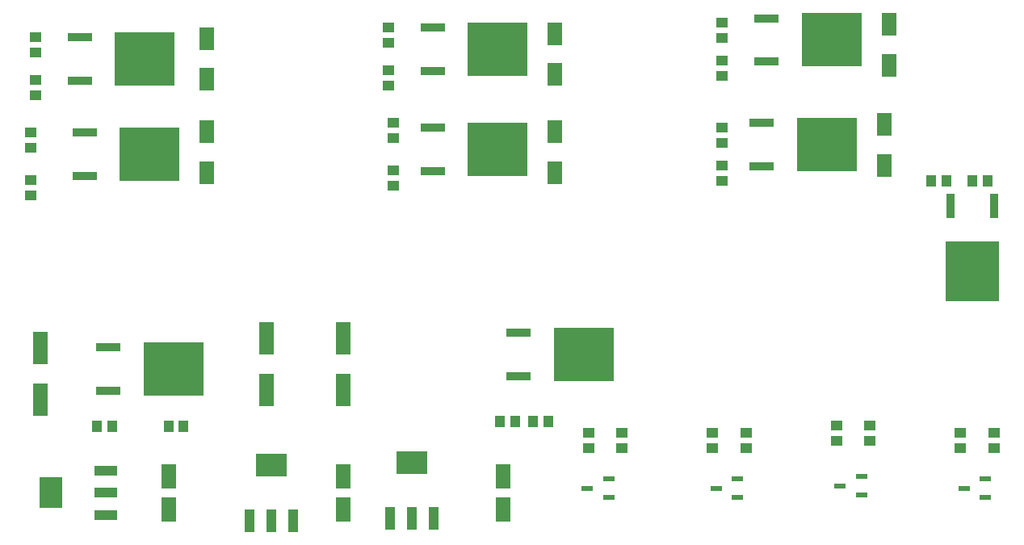
<source format=gtp>
G04*
G04 #@! TF.GenerationSoftware,Altium Limited,Altium Designer,18.0.9 (584)*
G04*
G04 Layer_Color=8421504*
%FSLAX25Y25*%
%MOIN*%
G70*
G01*
G75*
%ADD16R,0.04528X0.02362*%
%ADD17R,0.12992X0.09449*%
%ADD18R,0.03937X0.09449*%
%ADD19R,0.05118X0.03937*%
%ADD20R,0.06142X0.09173*%
%ADD21R,0.06299X0.13780*%
%ADD22R,0.06299X0.09843*%
%ADD23R,0.09921X0.03701*%
%ADD24R,0.24528X0.22323*%
%ADD25R,0.03937X0.05118*%
%ADD26R,0.03701X0.09921*%
%ADD27R,0.22323X0.24528*%
%ADD28R,0.09449X0.03937*%
%ADD29R,0.09449X0.12992*%
G36*
X343110Y223366D02*
X349016D01*
Y228524D01*
X343110D01*
Y223366D01*
D02*
G37*
G36*
X351299D02*
X357205D01*
Y228524D01*
X351299D01*
Y223366D01*
D02*
G37*
G36*
X359488D02*
X365394D01*
Y228524D01*
X359488D01*
Y223366D01*
D02*
G37*
G36*
X205315Y219429D02*
X211221D01*
Y224587D01*
X205315D01*
Y219429D01*
D02*
G37*
G36*
X213504D02*
X219409D01*
Y224587D01*
X213504D01*
Y219429D01*
D02*
G37*
G36*
X221693D02*
X227598D01*
Y224587D01*
X221693D01*
Y219429D01*
D02*
G37*
G36*
X343110Y215925D02*
X349016D01*
Y221083D01*
X343110D01*
Y215925D01*
D02*
G37*
G36*
X351299D02*
X357205D01*
Y221083D01*
X351299D01*
Y215925D01*
D02*
G37*
G36*
X359488D02*
X365394D01*
Y221083D01*
X359488D01*
Y215925D01*
D02*
G37*
G36*
X59646Y215492D02*
X65551D01*
Y220650D01*
X59646D01*
Y215492D01*
D02*
G37*
G36*
X67835D02*
X73740D01*
Y220650D01*
X67835D01*
Y215492D01*
D02*
G37*
G36*
X76024D02*
X81929D01*
Y220650D01*
X76024D01*
Y215492D01*
D02*
G37*
G36*
X205315Y211988D02*
X211221D01*
Y217146D01*
X205315D01*
Y211988D01*
D02*
G37*
G36*
X213504D02*
X219409D01*
Y217146D01*
X213504D01*
Y211988D01*
D02*
G37*
G36*
X221693D02*
X227598D01*
Y217146D01*
X221693D01*
Y211988D01*
D02*
G37*
G36*
X343110Y208484D02*
X349016D01*
Y213642D01*
X343110D01*
Y208484D01*
D02*
G37*
G36*
X351299D02*
X357205D01*
Y213642D01*
X351299D01*
Y208484D01*
D02*
G37*
G36*
X359488D02*
X365394D01*
Y213642D01*
X359488D01*
Y208484D01*
D02*
G37*
G36*
X59646Y208051D02*
X65551D01*
Y213209D01*
X59646D01*
Y208051D01*
D02*
G37*
G36*
X67835D02*
X73740D01*
Y213209D01*
X67835D01*
Y208051D01*
D02*
G37*
G36*
X76024D02*
X81929D01*
Y213209D01*
X76024D01*
Y208051D01*
D02*
G37*
G36*
X205315Y204547D02*
X211221D01*
Y209705D01*
X205315D01*
Y204547D01*
D02*
G37*
G36*
X213504D02*
X219409D01*
Y209705D01*
X213504D01*
Y204547D01*
D02*
G37*
G36*
X221693D02*
X227598D01*
Y209705D01*
X221693D01*
Y204547D01*
D02*
G37*
G36*
X59646Y200610D02*
X65551D01*
Y205768D01*
X59646D01*
Y200610D01*
D02*
G37*
G36*
X67835D02*
X73740D01*
Y205768D01*
X67835D01*
Y200610D01*
D02*
G37*
G36*
X76024D02*
X81929D01*
Y205768D01*
X76024D01*
Y200610D01*
D02*
G37*
G36*
X341142Y180059D02*
X347047D01*
Y185216D01*
X341142D01*
Y180059D01*
D02*
G37*
G36*
X349331D02*
X355236D01*
Y185216D01*
X349331D01*
Y180059D01*
D02*
G37*
G36*
X357520D02*
X363425D01*
Y185216D01*
X357520D01*
Y180059D01*
D02*
G37*
G36*
X205315Y178091D02*
X211221D01*
Y183248D01*
X205315D01*
Y178091D01*
D02*
G37*
G36*
X213504D02*
X219409D01*
Y183248D01*
X213504D01*
Y178091D01*
D02*
G37*
G36*
X221693D02*
X227598D01*
Y183248D01*
X221693D01*
Y178091D01*
D02*
G37*
G36*
X61614Y176122D02*
X67520D01*
Y181280D01*
X61614D01*
Y176122D01*
D02*
G37*
G36*
X69803D02*
X75709D01*
Y181280D01*
X69803D01*
Y176122D01*
D02*
G37*
G36*
X77992D02*
X83898D01*
Y181280D01*
X77992D01*
Y176122D01*
D02*
G37*
G36*
X341142Y172618D02*
X347047D01*
Y177776D01*
X341142D01*
Y172618D01*
D02*
G37*
G36*
X349331D02*
X355236D01*
Y177776D01*
X349331D01*
Y172618D01*
D02*
G37*
G36*
X357520D02*
X363425D01*
Y177776D01*
X357520D01*
Y172618D01*
D02*
G37*
G36*
X205315Y170650D02*
X211221D01*
Y175807D01*
X205315D01*
Y170650D01*
D02*
G37*
G36*
X213504D02*
X219409D01*
Y175807D01*
X213504D01*
Y170650D01*
D02*
G37*
G36*
X221693D02*
X227598D01*
Y175807D01*
X221693D01*
Y170650D01*
D02*
G37*
G36*
X61614Y168681D02*
X67520D01*
Y173839D01*
X61614D01*
Y168681D01*
D02*
G37*
G36*
X69803D02*
X75709D01*
Y173839D01*
X69803D01*
Y168681D01*
D02*
G37*
G36*
X77992D02*
X83898D01*
Y173839D01*
X77992D01*
Y168681D01*
D02*
G37*
G36*
X341142Y165177D02*
X347047D01*
Y170335D01*
X341142D01*
Y165177D01*
D02*
G37*
G36*
X349331D02*
X355236D01*
Y170335D01*
X349331D01*
Y165177D01*
D02*
G37*
G36*
X357520D02*
X363425D01*
Y170335D01*
X357520D01*
Y165177D01*
D02*
G37*
G36*
X205315Y163209D02*
X211221D01*
Y168366D01*
X205315D01*
Y163209D01*
D02*
G37*
G36*
X213504D02*
X219409D01*
Y168366D01*
X213504D01*
Y163209D01*
D02*
G37*
G36*
X221693D02*
X227598D01*
Y168366D01*
X221693D01*
Y163209D01*
D02*
G37*
G36*
X61614Y161240D02*
X67520D01*
Y166398D01*
X61614D01*
Y161240D01*
D02*
G37*
G36*
X69803D02*
X75709D01*
Y166398D01*
X69803D01*
Y161240D01*
D02*
G37*
G36*
X77992D02*
X83898D01*
Y166398D01*
X77992D01*
Y161240D01*
D02*
G37*
G36*
X402382Y128347D02*
X407539D01*
Y134252D01*
X402382D01*
Y128347D01*
D02*
G37*
G36*
X409823D02*
X414980D01*
Y134252D01*
X409823D01*
Y128347D01*
D02*
G37*
G36*
X417264D02*
X422421D01*
Y134252D01*
X417264D01*
Y128347D01*
D02*
G37*
G36*
X402382Y120158D02*
X407539D01*
Y126063D01*
X402382D01*
Y120158D01*
D02*
G37*
G36*
X409823D02*
X414980D01*
Y126063D01*
X409823D01*
Y120158D01*
D02*
G37*
G36*
X417264D02*
X422421D01*
Y126063D01*
X417264D01*
Y120158D01*
D02*
G37*
G36*
X402382Y111969D02*
X407539D01*
Y117874D01*
X402382D01*
Y111969D01*
D02*
G37*
G36*
X409823D02*
X414980D01*
Y117874D01*
X409823D01*
Y111969D01*
D02*
G37*
G36*
X417264D02*
X422421D01*
Y117874D01*
X417264D01*
Y111969D01*
D02*
G37*
G36*
X240748Y93445D02*
X246654D01*
Y98602D01*
X240748D01*
Y93445D01*
D02*
G37*
G36*
X248937D02*
X254842D01*
Y98602D01*
X248937D01*
Y93445D01*
D02*
G37*
G36*
X257126D02*
X263032D01*
Y98602D01*
X257126D01*
Y93445D01*
D02*
G37*
G36*
X71457Y87539D02*
X77362D01*
Y92697D01*
X71457D01*
Y87539D01*
D02*
G37*
G36*
X79646D02*
X85551D01*
Y92697D01*
X79646D01*
Y87539D01*
D02*
G37*
G36*
X87835D02*
X93740D01*
Y92697D01*
X87835D01*
Y87539D01*
D02*
G37*
G36*
X240748Y86004D02*
X246654D01*
Y91161D01*
X240748D01*
Y86004D01*
D02*
G37*
G36*
X248937D02*
X254842D01*
Y91161D01*
X248937D01*
Y86004D01*
D02*
G37*
G36*
X257126D02*
X263032D01*
Y91161D01*
X257126D01*
Y86004D01*
D02*
G37*
G36*
X71457Y80098D02*
X77362D01*
Y85256D01*
X71457D01*
Y80098D01*
D02*
G37*
G36*
X79646D02*
X85551D01*
Y85256D01*
X79646D01*
Y80098D01*
D02*
G37*
G36*
X87835D02*
X93740D01*
Y85256D01*
X87835D01*
Y80098D01*
D02*
G37*
G36*
X240748Y78563D02*
X246654D01*
Y83720D01*
X240748D01*
Y78563D01*
D02*
G37*
G36*
X248937D02*
X254842D01*
Y83720D01*
X248937D01*
Y78563D01*
D02*
G37*
G36*
X257126D02*
X263032D01*
Y83720D01*
X257126D01*
Y78563D01*
D02*
G37*
G36*
X71457Y72658D02*
X77362D01*
Y77815D01*
X71457D01*
Y72658D01*
D02*
G37*
G36*
X79646D02*
X85551D01*
Y77815D01*
X79646D01*
Y72658D01*
D02*
G37*
G36*
X87835D02*
X93740D01*
Y77815D01*
X87835D01*
Y72658D01*
D02*
G37*
D16*
X366634Y38189D02*
D03*
Y30709D02*
D03*
X357776Y34449D02*
D03*
X417815Y37205D02*
D03*
Y29724D02*
D03*
X408957Y33465D02*
D03*
X262303Y37205D02*
D03*
Y29724D02*
D03*
X253445Y33465D02*
D03*
X315453Y37205D02*
D03*
Y29724D02*
D03*
X306594Y33465D02*
D03*
D17*
X181102Y43898D02*
D03*
X123031Y42913D02*
D03*
D18*
X172047Y21063D02*
D03*
X181102D02*
D03*
X190157D02*
D03*
X132087Y20079D02*
D03*
X123031D02*
D03*
X113976D02*
D03*
D19*
X356299Y52953D02*
D03*
Y59252D02*
D03*
X318898Y50000D02*
D03*
Y56299D02*
D03*
X421260D02*
D03*
Y50000D02*
D03*
X309055Y175984D02*
D03*
Y182283D02*
D03*
Y166535D02*
D03*
Y160236D02*
D03*
X253937Y50000D02*
D03*
Y56299D02*
D03*
X305118Y50000D02*
D03*
Y56299D02*
D03*
X407480Y50000D02*
D03*
Y56299D02*
D03*
X267717Y56299D02*
D03*
Y50000D02*
D03*
X370079Y52953D02*
D03*
Y59252D02*
D03*
X173228Y177953D02*
D03*
Y184252D02*
D03*
X171260Y217323D02*
D03*
Y223622D02*
D03*
X173228Y164567D02*
D03*
Y158268D02*
D03*
X171260Y205906D02*
D03*
Y199606D02*
D03*
X23622Y174016D02*
D03*
Y180315D02*
D03*
X25591Y213386D02*
D03*
Y219685D02*
D03*
X309055Y219291D02*
D03*
Y225590D02*
D03*
X23622Y160630D02*
D03*
Y154331D02*
D03*
X25591Y201969D02*
D03*
Y195669D02*
D03*
X309055Y209842D02*
D03*
Y203543D02*
D03*
D20*
X377953Y208110D02*
D03*
Y224961D02*
D03*
X375984Y166772D02*
D03*
Y183622D02*
D03*
X240158Y180669D02*
D03*
Y163819D02*
D03*
X240158Y204173D02*
D03*
Y221024D02*
D03*
X96457Y180669D02*
D03*
Y163819D02*
D03*
X96457Y202205D02*
D03*
Y219055D02*
D03*
D21*
X27559Y70079D02*
D03*
Y91339D02*
D03*
X121063Y74016D02*
D03*
Y95276D02*
D03*
X152559Y74016D02*
D03*
Y95276D02*
D03*
D22*
X80709Y24606D02*
D03*
Y38386D02*
D03*
X218504Y24606D02*
D03*
Y38386D02*
D03*
X152559Y24606D02*
D03*
Y38386D02*
D03*
D23*
X325433Y166220D02*
D03*
Y184173D02*
D03*
X225039Y79606D02*
D03*
Y97559D02*
D03*
X189606Y164252D02*
D03*
Y182205D02*
D03*
Y205591D02*
D03*
Y223543D02*
D03*
X45906Y162283D02*
D03*
Y180236D02*
D03*
X43937Y201654D02*
D03*
Y219606D02*
D03*
X327402Y209528D02*
D03*
Y227480D02*
D03*
X55748Y73701D02*
D03*
Y91654D02*
D03*
D24*
X352284Y175197D02*
D03*
X251890Y88583D02*
D03*
X216457Y173228D02*
D03*
Y214567D02*
D03*
X72756Y171260D02*
D03*
X70787Y210630D02*
D03*
X354252Y218504D02*
D03*
X82598Y82677D02*
D03*
D25*
X412205Y160433D02*
D03*
X418504D02*
D03*
X401772D02*
D03*
X395472D02*
D03*
X223622Y61024D02*
D03*
X217323D02*
D03*
X231102D02*
D03*
X237402D02*
D03*
X57284Y59055D02*
D03*
X50984D02*
D03*
X80512D02*
D03*
X86811D02*
D03*
D26*
X403425Y149961D02*
D03*
X421378D02*
D03*
D27*
X412402Y123110D02*
D03*
D28*
X54724Y40551D02*
D03*
Y31496D02*
D03*
Y22441D02*
D03*
D29*
X31890Y31496D02*
D03*
M02*

</source>
